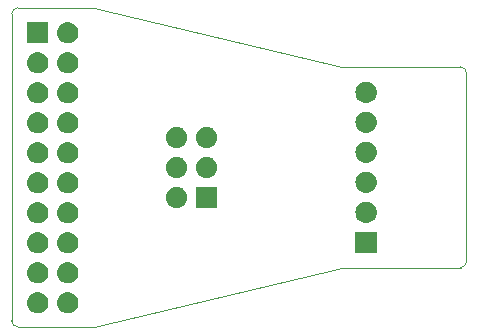
<source format=gts>
G04 #@! TF.GenerationSoftware,KiCad,Pcbnew,5.0.1*
G04 #@! TF.CreationDate,2019-11-02T14:38:13+01:00*
G04 #@! TF.ProjectId,JlinkBreakout,4A6C696E6B427265616B6F75742E6B69,rev?*
G04 #@! TF.SameCoordinates,Original*
G04 #@! TF.FileFunction,Soldermask,Top*
G04 #@! TF.FilePolarity,Negative*
%FSLAX46Y46*%
G04 Gerber Fmt 4.6, Leading zero omitted, Abs format (unit mm)*
G04 Created by KiCad (PCBNEW 5.0.1) date Sat 02 Nov 2019 02:38:13 PM CET*
%MOMM*%
%LPD*%
G01*
G04 APERTURE LIST*
%ADD10C,0.050000*%
%ADD11C,0.100000*%
G04 APERTURE END LIST*
D10*
X58500000Y-60000000D02*
G75*
G02X58000000Y-59500000I0J500000D01*
G01*
X58000000Y-33500000D02*
G75*
G02X58500000Y-33000000I500000J0D01*
G01*
X96000000Y-38000000D02*
G75*
G02X96500000Y-38500000I0J-500000D01*
G01*
X96500000Y-54500000D02*
G75*
G02X96000000Y-55000000I-500000J0D01*
G01*
X86000000Y-38000000D02*
X65000000Y-33000000D01*
X96000000Y-38000000D02*
X86000000Y-38000000D01*
X96500000Y-54500000D02*
X96500000Y-38500000D01*
X86000000Y-55000000D02*
X96000000Y-55000000D01*
X65000000Y-60000000D02*
X86000000Y-55000000D01*
X65000000Y-33000000D02*
X58500000Y-33000000D01*
X58500000Y-60000000D02*
X65000000Y-60000000D01*
X58000000Y-33500000D02*
X58000000Y-59500000D01*
D11*
G36*
X62850442Y-57065518D02*
X62916627Y-57072037D01*
X63029853Y-57106384D01*
X63086467Y-57123557D01*
X63225087Y-57197652D01*
X63242991Y-57207222D01*
X63278729Y-57236552D01*
X63380186Y-57319814D01*
X63463448Y-57421271D01*
X63492778Y-57457009D01*
X63492779Y-57457011D01*
X63576443Y-57613533D01*
X63576443Y-57613534D01*
X63627963Y-57783373D01*
X63645359Y-57960000D01*
X63627963Y-58136627D01*
X63593616Y-58249853D01*
X63576443Y-58306467D01*
X63502348Y-58445087D01*
X63492778Y-58462991D01*
X63463448Y-58498729D01*
X63380186Y-58600186D01*
X63278729Y-58683448D01*
X63242991Y-58712778D01*
X63242989Y-58712779D01*
X63086467Y-58796443D01*
X63029853Y-58813616D01*
X62916627Y-58847963D01*
X62850443Y-58854481D01*
X62784260Y-58861000D01*
X62695740Y-58861000D01*
X62629557Y-58854481D01*
X62563373Y-58847963D01*
X62450147Y-58813616D01*
X62393533Y-58796443D01*
X62237011Y-58712779D01*
X62237009Y-58712778D01*
X62201271Y-58683448D01*
X62099814Y-58600186D01*
X62016552Y-58498729D01*
X61987222Y-58462991D01*
X61977652Y-58445087D01*
X61903557Y-58306467D01*
X61886384Y-58249853D01*
X61852037Y-58136627D01*
X61834641Y-57960000D01*
X61852037Y-57783373D01*
X61903557Y-57613534D01*
X61903557Y-57613533D01*
X61987221Y-57457011D01*
X61987222Y-57457009D01*
X62016552Y-57421271D01*
X62099814Y-57319814D01*
X62201271Y-57236552D01*
X62237009Y-57207222D01*
X62254913Y-57197652D01*
X62393533Y-57123557D01*
X62450147Y-57106384D01*
X62563373Y-57072037D01*
X62629558Y-57065518D01*
X62695740Y-57059000D01*
X62784260Y-57059000D01*
X62850442Y-57065518D01*
X62850442Y-57065518D01*
G37*
G36*
X60310442Y-57065518D02*
X60376627Y-57072037D01*
X60489853Y-57106384D01*
X60546467Y-57123557D01*
X60685087Y-57197652D01*
X60702991Y-57207222D01*
X60738729Y-57236552D01*
X60840186Y-57319814D01*
X60923448Y-57421271D01*
X60952778Y-57457009D01*
X60952779Y-57457011D01*
X61036443Y-57613533D01*
X61036443Y-57613534D01*
X61087963Y-57783373D01*
X61105359Y-57960000D01*
X61087963Y-58136627D01*
X61053616Y-58249853D01*
X61036443Y-58306467D01*
X60962348Y-58445087D01*
X60952778Y-58462991D01*
X60923448Y-58498729D01*
X60840186Y-58600186D01*
X60738729Y-58683448D01*
X60702991Y-58712778D01*
X60702989Y-58712779D01*
X60546467Y-58796443D01*
X60489853Y-58813616D01*
X60376627Y-58847963D01*
X60310443Y-58854481D01*
X60244260Y-58861000D01*
X60155740Y-58861000D01*
X60089557Y-58854481D01*
X60023373Y-58847963D01*
X59910147Y-58813616D01*
X59853533Y-58796443D01*
X59697011Y-58712779D01*
X59697009Y-58712778D01*
X59661271Y-58683448D01*
X59559814Y-58600186D01*
X59476552Y-58498729D01*
X59447222Y-58462991D01*
X59437652Y-58445087D01*
X59363557Y-58306467D01*
X59346384Y-58249853D01*
X59312037Y-58136627D01*
X59294641Y-57960000D01*
X59312037Y-57783373D01*
X59363557Y-57613534D01*
X59363557Y-57613533D01*
X59447221Y-57457011D01*
X59447222Y-57457009D01*
X59476552Y-57421271D01*
X59559814Y-57319814D01*
X59661271Y-57236552D01*
X59697009Y-57207222D01*
X59714913Y-57197652D01*
X59853533Y-57123557D01*
X59910147Y-57106384D01*
X60023373Y-57072037D01*
X60089558Y-57065518D01*
X60155740Y-57059000D01*
X60244260Y-57059000D01*
X60310442Y-57065518D01*
X60310442Y-57065518D01*
G37*
G36*
X62850443Y-54525519D02*
X62916627Y-54532037D01*
X63029853Y-54566384D01*
X63086467Y-54583557D01*
X63225087Y-54657652D01*
X63242991Y-54667222D01*
X63278729Y-54696552D01*
X63380186Y-54779814D01*
X63463448Y-54881271D01*
X63492778Y-54917009D01*
X63492779Y-54917011D01*
X63576443Y-55073533D01*
X63576443Y-55073534D01*
X63627963Y-55243373D01*
X63645359Y-55420000D01*
X63627963Y-55596627D01*
X63593616Y-55709853D01*
X63576443Y-55766467D01*
X63502348Y-55905087D01*
X63492778Y-55922991D01*
X63463448Y-55958729D01*
X63380186Y-56060186D01*
X63278729Y-56143448D01*
X63242991Y-56172778D01*
X63242989Y-56172779D01*
X63086467Y-56256443D01*
X63029853Y-56273616D01*
X62916627Y-56307963D01*
X62850442Y-56314482D01*
X62784260Y-56321000D01*
X62695740Y-56321000D01*
X62629558Y-56314482D01*
X62563373Y-56307963D01*
X62450147Y-56273616D01*
X62393533Y-56256443D01*
X62237011Y-56172779D01*
X62237009Y-56172778D01*
X62201271Y-56143448D01*
X62099814Y-56060186D01*
X62016552Y-55958729D01*
X61987222Y-55922991D01*
X61977652Y-55905087D01*
X61903557Y-55766467D01*
X61886384Y-55709853D01*
X61852037Y-55596627D01*
X61834641Y-55420000D01*
X61852037Y-55243373D01*
X61903557Y-55073534D01*
X61903557Y-55073533D01*
X61987221Y-54917011D01*
X61987222Y-54917009D01*
X62016552Y-54881271D01*
X62099814Y-54779814D01*
X62201271Y-54696552D01*
X62237009Y-54667222D01*
X62254913Y-54657652D01*
X62393533Y-54583557D01*
X62450147Y-54566384D01*
X62563373Y-54532037D01*
X62629557Y-54525519D01*
X62695740Y-54519000D01*
X62784260Y-54519000D01*
X62850443Y-54525519D01*
X62850443Y-54525519D01*
G37*
G36*
X60310443Y-54525519D02*
X60376627Y-54532037D01*
X60489853Y-54566384D01*
X60546467Y-54583557D01*
X60685087Y-54657652D01*
X60702991Y-54667222D01*
X60738729Y-54696552D01*
X60840186Y-54779814D01*
X60923448Y-54881271D01*
X60952778Y-54917009D01*
X60952779Y-54917011D01*
X61036443Y-55073533D01*
X61036443Y-55073534D01*
X61087963Y-55243373D01*
X61105359Y-55420000D01*
X61087963Y-55596627D01*
X61053616Y-55709853D01*
X61036443Y-55766467D01*
X60962348Y-55905087D01*
X60952778Y-55922991D01*
X60923448Y-55958729D01*
X60840186Y-56060186D01*
X60738729Y-56143448D01*
X60702991Y-56172778D01*
X60702989Y-56172779D01*
X60546467Y-56256443D01*
X60489853Y-56273616D01*
X60376627Y-56307963D01*
X60310442Y-56314482D01*
X60244260Y-56321000D01*
X60155740Y-56321000D01*
X60089558Y-56314482D01*
X60023373Y-56307963D01*
X59910147Y-56273616D01*
X59853533Y-56256443D01*
X59697011Y-56172779D01*
X59697009Y-56172778D01*
X59661271Y-56143448D01*
X59559814Y-56060186D01*
X59476552Y-55958729D01*
X59447222Y-55922991D01*
X59437652Y-55905087D01*
X59363557Y-55766467D01*
X59346384Y-55709853D01*
X59312037Y-55596627D01*
X59294641Y-55420000D01*
X59312037Y-55243373D01*
X59363557Y-55073534D01*
X59363557Y-55073533D01*
X59447221Y-54917011D01*
X59447222Y-54917009D01*
X59476552Y-54881271D01*
X59559814Y-54779814D01*
X59661271Y-54696552D01*
X59697009Y-54667222D01*
X59714913Y-54657652D01*
X59853533Y-54583557D01*
X59910147Y-54566384D01*
X60023373Y-54532037D01*
X60089557Y-54525519D01*
X60155740Y-54519000D01*
X60244260Y-54519000D01*
X60310443Y-54525519D01*
X60310443Y-54525519D01*
G37*
G36*
X62850443Y-51985519D02*
X62916627Y-51992037D01*
X63029853Y-52026384D01*
X63086467Y-52043557D01*
X63225087Y-52117652D01*
X63242991Y-52127222D01*
X63278729Y-52156552D01*
X63380186Y-52239814D01*
X63463448Y-52341271D01*
X63492778Y-52377009D01*
X63492779Y-52377011D01*
X63576443Y-52533533D01*
X63576443Y-52533534D01*
X63627963Y-52703373D01*
X63645359Y-52880000D01*
X63627963Y-53056627D01*
X63593616Y-53169853D01*
X63576443Y-53226467D01*
X63502348Y-53365087D01*
X63492778Y-53382991D01*
X63463448Y-53418729D01*
X63380186Y-53520186D01*
X63278729Y-53603448D01*
X63242991Y-53632778D01*
X63242989Y-53632779D01*
X63086467Y-53716443D01*
X63029853Y-53733616D01*
X62916627Y-53767963D01*
X62850442Y-53774482D01*
X62784260Y-53781000D01*
X62695740Y-53781000D01*
X62629558Y-53774482D01*
X62563373Y-53767963D01*
X62450147Y-53733616D01*
X62393533Y-53716443D01*
X62237011Y-53632779D01*
X62237009Y-53632778D01*
X62201271Y-53603448D01*
X62099814Y-53520186D01*
X62016552Y-53418729D01*
X61987222Y-53382991D01*
X61977652Y-53365087D01*
X61903557Y-53226467D01*
X61886384Y-53169853D01*
X61852037Y-53056627D01*
X61834641Y-52880000D01*
X61852037Y-52703373D01*
X61903557Y-52533534D01*
X61903557Y-52533533D01*
X61987221Y-52377011D01*
X61987222Y-52377009D01*
X62016552Y-52341271D01*
X62099814Y-52239814D01*
X62201271Y-52156552D01*
X62237009Y-52127222D01*
X62254913Y-52117652D01*
X62393533Y-52043557D01*
X62450147Y-52026384D01*
X62563373Y-51992037D01*
X62629557Y-51985519D01*
X62695740Y-51979000D01*
X62784260Y-51979000D01*
X62850443Y-51985519D01*
X62850443Y-51985519D01*
G37*
G36*
X60310443Y-51985519D02*
X60376627Y-51992037D01*
X60489853Y-52026384D01*
X60546467Y-52043557D01*
X60685087Y-52117652D01*
X60702991Y-52127222D01*
X60738729Y-52156552D01*
X60840186Y-52239814D01*
X60923448Y-52341271D01*
X60952778Y-52377009D01*
X60952779Y-52377011D01*
X61036443Y-52533533D01*
X61036443Y-52533534D01*
X61087963Y-52703373D01*
X61105359Y-52880000D01*
X61087963Y-53056627D01*
X61053616Y-53169853D01*
X61036443Y-53226467D01*
X60962348Y-53365087D01*
X60952778Y-53382991D01*
X60923448Y-53418729D01*
X60840186Y-53520186D01*
X60738729Y-53603448D01*
X60702991Y-53632778D01*
X60702989Y-53632779D01*
X60546467Y-53716443D01*
X60489853Y-53733616D01*
X60376627Y-53767963D01*
X60310442Y-53774482D01*
X60244260Y-53781000D01*
X60155740Y-53781000D01*
X60089558Y-53774482D01*
X60023373Y-53767963D01*
X59910147Y-53733616D01*
X59853533Y-53716443D01*
X59697011Y-53632779D01*
X59697009Y-53632778D01*
X59661271Y-53603448D01*
X59559814Y-53520186D01*
X59476552Y-53418729D01*
X59447222Y-53382991D01*
X59437652Y-53365087D01*
X59363557Y-53226467D01*
X59346384Y-53169853D01*
X59312037Y-53056627D01*
X59294641Y-52880000D01*
X59312037Y-52703373D01*
X59363557Y-52533534D01*
X59363557Y-52533533D01*
X59447221Y-52377011D01*
X59447222Y-52377009D01*
X59476552Y-52341271D01*
X59559814Y-52239814D01*
X59661271Y-52156552D01*
X59697009Y-52127222D01*
X59714913Y-52117652D01*
X59853533Y-52043557D01*
X59910147Y-52026384D01*
X60023373Y-51992037D01*
X60089557Y-51985519D01*
X60155740Y-51979000D01*
X60244260Y-51979000D01*
X60310443Y-51985519D01*
X60310443Y-51985519D01*
G37*
G36*
X88901000Y-53751000D02*
X87099000Y-53751000D01*
X87099000Y-51949000D01*
X88901000Y-51949000D01*
X88901000Y-53751000D01*
X88901000Y-53751000D01*
G37*
G36*
X62850442Y-49445518D02*
X62916627Y-49452037D01*
X63029853Y-49486384D01*
X63086467Y-49503557D01*
X63225087Y-49577652D01*
X63242991Y-49587222D01*
X63278729Y-49616552D01*
X63380186Y-49699814D01*
X63463448Y-49801271D01*
X63492778Y-49837009D01*
X63492779Y-49837011D01*
X63576443Y-49993533D01*
X63576443Y-49993534D01*
X63627963Y-50163373D01*
X63645359Y-50340000D01*
X63627963Y-50516627D01*
X63593616Y-50629853D01*
X63576443Y-50686467D01*
X63502348Y-50825087D01*
X63492778Y-50842991D01*
X63463448Y-50878729D01*
X63380186Y-50980186D01*
X63279546Y-51062778D01*
X63242991Y-51092778D01*
X63242989Y-51092779D01*
X63086467Y-51176443D01*
X63029853Y-51193616D01*
X62916627Y-51227963D01*
X62850443Y-51234481D01*
X62784260Y-51241000D01*
X62695740Y-51241000D01*
X62629557Y-51234481D01*
X62563373Y-51227963D01*
X62450147Y-51193616D01*
X62393533Y-51176443D01*
X62237011Y-51092779D01*
X62237009Y-51092778D01*
X62200454Y-51062778D01*
X62099814Y-50980186D01*
X62016552Y-50878729D01*
X61987222Y-50842991D01*
X61977652Y-50825087D01*
X61903557Y-50686467D01*
X61886384Y-50629853D01*
X61852037Y-50516627D01*
X61834641Y-50340000D01*
X61852037Y-50163373D01*
X61903557Y-49993534D01*
X61903557Y-49993533D01*
X61987221Y-49837011D01*
X61987222Y-49837009D01*
X62016552Y-49801271D01*
X62099814Y-49699814D01*
X62201271Y-49616552D01*
X62237009Y-49587222D01*
X62254913Y-49577652D01*
X62393533Y-49503557D01*
X62450147Y-49486384D01*
X62563373Y-49452037D01*
X62629558Y-49445518D01*
X62695740Y-49439000D01*
X62784260Y-49439000D01*
X62850442Y-49445518D01*
X62850442Y-49445518D01*
G37*
G36*
X60310442Y-49445518D02*
X60376627Y-49452037D01*
X60489853Y-49486384D01*
X60546467Y-49503557D01*
X60685087Y-49577652D01*
X60702991Y-49587222D01*
X60738729Y-49616552D01*
X60840186Y-49699814D01*
X60923448Y-49801271D01*
X60952778Y-49837009D01*
X60952779Y-49837011D01*
X61036443Y-49993533D01*
X61036443Y-49993534D01*
X61087963Y-50163373D01*
X61105359Y-50340000D01*
X61087963Y-50516627D01*
X61053616Y-50629853D01*
X61036443Y-50686467D01*
X60962348Y-50825087D01*
X60952778Y-50842991D01*
X60923448Y-50878729D01*
X60840186Y-50980186D01*
X60739546Y-51062778D01*
X60702991Y-51092778D01*
X60702989Y-51092779D01*
X60546467Y-51176443D01*
X60489853Y-51193616D01*
X60376627Y-51227963D01*
X60310443Y-51234481D01*
X60244260Y-51241000D01*
X60155740Y-51241000D01*
X60089557Y-51234481D01*
X60023373Y-51227963D01*
X59910147Y-51193616D01*
X59853533Y-51176443D01*
X59697011Y-51092779D01*
X59697009Y-51092778D01*
X59660454Y-51062778D01*
X59559814Y-50980186D01*
X59476552Y-50878729D01*
X59447222Y-50842991D01*
X59437652Y-50825087D01*
X59363557Y-50686467D01*
X59346384Y-50629853D01*
X59312037Y-50516627D01*
X59294641Y-50340000D01*
X59312037Y-50163373D01*
X59363557Y-49993534D01*
X59363557Y-49993533D01*
X59447221Y-49837011D01*
X59447222Y-49837009D01*
X59476552Y-49801271D01*
X59559814Y-49699814D01*
X59661271Y-49616552D01*
X59697009Y-49587222D01*
X59714913Y-49577652D01*
X59853533Y-49503557D01*
X59910147Y-49486384D01*
X60023373Y-49452037D01*
X60089558Y-49445518D01*
X60155740Y-49439000D01*
X60244260Y-49439000D01*
X60310442Y-49445518D01*
X60310442Y-49445518D01*
G37*
G36*
X88110442Y-49415518D02*
X88176627Y-49422037D01*
X88275524Y-49452037D01*
X88346467Y-49473557D01*
X88402592Y-49503557D01*
X88502991Y-49557222D01*
X88538729Y-49586552D01*
X88640186Y-49669814D01*
X88723448Y-49771271D01*
X88752778Y-49807009D01*
X88752779Y-49807011D01*
X88836443Y-49963533D01*
X88853616Y-50020147D01*
X88887963Y-50133373D01*
X88905359Y-50310000D01*
X88887963Y-50486627D01*
X88853616Y-50599853D01*
X88836443Y-50656467D01*
X88820408Y-50686466D01*
X88752778Y-50812991D01*
X88728159Y-50842989D01*
X88640186Y-50950186D01*
X88538729Y-51033448D01*
X88502991Y-51062778D01*
X88502989Y-51062779D01*
X88346467Y-51146443D01*
X88289853Y-51163616D01*
X88176627Y-51197963D01*
X88110443Y-51204481D01*
X88044260Y-51211000D01*
X87955740Y-51211000D01*
X87889558Y-51204482D01*
X87823373Y-51197963D01*
X87710147Y-51163616D01*
X87653533Y-51146443D01*
X87497011Y-51062779D01*
X87497009Y-51062778D01*
X87461271Y-51033448D01*
X87359814Y-50950186D01*
X87271841Y-50842989D01*
X87247222Y-50812991D01*
X87179592Y-50686466D01*
X87163557Y-50656467D01*
X87146384Y-50599853D01*
X87112037Y-50486627D01*
X87094641Y-50310000D01*
X87112037Y-50133373D01*
X87146384Y-50020147D01*
X87163557Y-49963533D01*
X87247221Y-49807011D01*
X87247222Y-49807009D01*
X87276552Y-49771271D01*
X87359814Y-49669814D01*
X87461271Y-49586552D01*
X87497009Y-49557222D01*
X87597408Y-49503557D01*
X87653533Y-49473557D01*
X87724476Y-49452037D01*
X87823373Y-49422037D01*
X87889558Y-49415518D01*
X87955740Y-49409000D01*
X88044260Y-49409000D01*
X88110442Y-49415518D01*
X88110442Y-49415518D01*
G37*
G36*
X72070442Y-48155518D02*
X72136627Y-48162037D01*
X72249853Y-48196384D01*
X72306467Y-48213557D01*
X72445087Y-48287652D01*
X72462991Y-48297222D01*
X72470020Y-48302991D01*
X72600186Y-48409814D01*
X72683448Y-48511271D01*
X72712778Y-48547009D01*
X72712779Y-48547011D01*
X72796443Y-48703533D01*
X72796443Y-48703534D01*
X72847963Y-48873373D01*
X72865359Y-49050000D01*
X72847963Y-49226627D01*
X72813616Y-49339853D01*
X72796443Y-49396467D01*
X72755237Y-49473557D01*
X72712778Y-49552991D01*
X72684686Y-49587221D01*
X72600186Y-49690186D01*
X72498729Y-49773448D01*
X72462991Y-49802778D01*
X72462989Y-49802779D01*
X72306467Y-49886443D01*
X72249853Y-49903616D01*
X72136627Y-49937963D01*
X72070443Y-49944481D01*
X72004260Y-49951000D01*
X71915740Y-49951000D01*
X71849558Y-49944482D01*
X71783373Y-49937963D01*
X71670147Y-49903616D01*
X71613533Y-49886443D01*
X71457011Y-49802779D01*
X71457009Y-49802778D01*
X71421271Y-49773448D01*
X71319814Y-49690186D01*
X71235314Y-49587221D01*
X71207222Y-49552991D01*
X71164763Y-49473557D01*
X71123557Y-49396467D01*
X71106384Y-49339853D01*
X71072037Y-49226627D01*
X71054641Y-49050000D01*
X71072037Y-48873373D01*
X71123557Y-48703534D01*
X71123557Y-48703533D01*
X71207221Y-48547011D01*
X71207222Y-48547009D01*
X71236552Y-48511271D01*
X71319814Y-48409814D01*
X71449980Y-48302991D01*
X71457009Y-48297222D01*
X71474913Y-48287652D01*
X71613533Y-48213557D01*
X71670147Y-48196384D01*
X71783373Y-48162037D01*
X71849558Y-48155518D01*
X71915740Y-48149000D01*
X72004260Y-48149000D01*
X72070442Y-48155518D01*
X72070442Y-48155518D01*
G37*
G36*
X75401000Y-49951000D02*
X73599000Y-49951000D01*
X73599000Y-48149000D01*
X75401000Y-48149000D01*
X75401000Y-49951000D01*
X75401000Y-49951000D01*
G37*
G36*
X60310443Y-46905519D02*
X60376627Y-46912037D01*
X60489853Y-46946384D01*
X60546467Y-46963557D01*
X60685087Y-47037652D01*
X60702991Y-47047222D01*
X60738729Y-47076552D01*
X60840186Y-47159814D01*
X60923448Y-47261271D01*
X60952778Y-47297009D01*
X60952779Y-47297011D01*
X61036443Y-47453533D01*
X61036443Y-47453534D01*
X61087963Y-47623373D01*
X61105359Y-47800000D01*
X61087963Y-47976627D01*
X61053616Y-48089853D01*
X61036443Y-48146467D01*
X60962348Y-48285087D01*
X60952778Y-48302991D01*
X60923448Y-48338729D01*
X60840186Y-48440186D01*
X60739546Y-48522778D01*
X60702991Y-48552778D01*
X60702989Y-48552779D01*
X60546467Y-48636443D01*
X60489853Y-48653616D01*
X60376627Y-48687963D01*
X60310443Y-48694481D01*
X60244260Y-48701000D01*
X60155740Y-48701000D01*
X60089558Y-48694482D01*
X60023373Y-48687963D01*
X59910147Y-48653616D01*
X59853533Y-48636443D01*
X59697011Y-48552779D01*
X59697009Y-48552778D01*
X59660454Y-48522778D01*
X59559814Y-48440186D01*
X59476552Y-48338729D01*
X59447222Y-48302991D01*
X59437652Y-48285087D01*
X59363557Y-48146467D01*
X59346384Y-48089853D01*
X59312037Y-47976627D01*
X59294641Y-47800000D01*
X59312037Y-47623373D01*
X59363557Y-47453534D01*
X59363557Y-47453533D01*
X59447221Y-47297011D01*
X59447222Y-47297009D01*
X59476552Y-47261271D01*
X59559814Y-47159814D01*
X59661271Y-47076552D01*
X59697009Y-47047222D01*
X59714913Y-47037652D01*
X59853533Y-46963557D01*
X59910147Y-46946384D01*
X60023373Y-46912037D01*
X60089557Y-46905519D01*
X60155740Y-46899000D01*
X60244260Y-46899000D01*
X60310443Y-46905519D01*
X60310443Y-46905519D01*
G37*
G36*
X62850443Y-46905519D02*
X62916627Y-46912037D01*
X63029853Y-46946384D01*
X63086467Y-46963557D01*
X63225087Y-47037652D01*
X63242991Y-47047222D01*
X63278729Y-47076552D01*
X63380186Y-47159814D01*
X63463448Y-47261271D01*
X63492778Y-47297009D01*
X63492779Y-47297011D01*
X63576443Y-47453533D01*
X63576443Y-47453534D01*
X63627963Y-47623373D01*
X63645359Y-47800000D01*
X63627963Y-47976627D01*
X63593616Y-48089853D01*
X63576443Y-48146467D01*
X63502348Y-48285087D01*
X63492778Y-48302991D01*
X63463448Y-48338729D01*
X63380186Y-48440186D01*
X63279546Y-48522778D01*
X63242991Y-48552778D01*
X63242989Y-48552779D01*
X63086467Y-48636443D01*
X63029853Y-48653616D01*
X62916627Y-48687963D01*
X62850443Y-48694481D01*
X62784260Y-48701000D01*
X62695740Y-48701000D01*
X62629558Y-48694482D01*
X62563373Y-48687963D01*
X62450147Y-48653616D01*
X62393533Y-48636443D01*
X62237011Y-48552779D01*
X62237009Y-48552778D01*
X62200454Y-48522778D01*
X62099814Y-48440186D01*
X62016552Y-48338729D01*
X61987222Y-48302991D01*
X61977652Y-48285087D01*
X61903557Y-48146467D01*
X61886384Y-48089853D01*
X61852037Y-47976627D01*
X61834641Y-47800000D01*
X61852037Y-47623373D01*
X61903557Y-47453534D01*
X61903557Y-47453533D01*
X61987221Y-47297011D01*
X61987222Y-47297009D01*
X62016552Y-47261271D01*
X62099814Y-47159814D01*
X62201271Y-47076552D01*
X62237009Y-47047222D01*
X62254913Y-47037652D01*
X62393533Y-46963557D01*
X62450147Y-46946384D01*
X62563373Y-46912037D01*
X62629557Y-46905519D01*
X62695740Y-46899000D01*
X62784260Y-46899000D01*
X62850443Y-46905519D01*
X62850443Y-46905519D01*
G37*
G36*
X88110442Y-46875518D02*
X88176627Y-46882037D01*
X88275524Y-46912037D01*
X88346467Y-46933557D01*
X88402592Y-46963557D01*
X88502991Y-47017222D01*
X88538729Y-47046552D01*
X88640186Y-47129814D01*
X88723448Y-47231271D01*
X88752778Y-47267009D01*
X88752779Y-47267011D01*
X88836443Y-47423533D01*
X88853616Y-47480147D01*
X88887963Y-47593373D01*
X88905359Y-47770000D01*
X88887963Y-47946627D01*
X88853616Y-48059853D01*
X88836443Y-48116467D01*
X88762348Y-48255087D01*
X88752778Y-48272991D01*
X88732893Y-48297221D01*
X88640186Y-48410186D01*
X88538729Y-48493448D01*
X88502991Y-48522778D01*
X88502989Y-48522779D01*
X88346467Y-48606443D01*
X88289853Y-48623616D01*
X88176627Y-48657963D01*
X88110443Y-48664481D01*
X88044260Y-48671000D01*
X87955740Y-48671000D01*
X87889558Y-48664482D01*
X87823373Y-48657963D01*
X87710147Y-48623616D01*
X87653533Y-48606443D01*
X87497011Y-48522779D01*
X87497009Y-48522778D01*
X87461271Y-48493448D01*
X87359814Y-48410186D01*
X87267107Y-48297221D01*
X87247222Y-48272991D01*
X87237652Y-48255087D01*
X87163557Y-48116467D01*
X87146384Y-48059853D01*
X87112037Y-47946627D01*
X87094641Y-47770000D01*
X87112037Y-47593373D01*
X87146384Y-47480147D01*
X87163557Y-47423533D01*
X87247221Y-47267011D01*
X87247222Y-47267009D01*
X87276552Y-47231271D01*
X87359814Y-47129814D01*
X87461271Y-47046552D01*
X87497009Y-47017222D01*
X87597408Y-46963557D01*
X87653533Y-46933557D01*
X87724476Y-46912037D01*
X87823373Y-46882037D01*
X87889558Y-46875518D01*
X87955740Y-46869000D01*
X88044260Y-46869000D01*
X88110442Y-46875518D01*
X88110442Y-46875518D01*
G37*
G36*
X74610442Y-45615518D02*
X74676627Y-45622037D01*
X74789853Y-45656384D01*
X74846467Y-45673557D01*
X74985087Y-45747652D01*
X75002991Y-45757222D01*
X75010020Y-45762991D01*
X75140186Y-45869814D01*
X75223448Y-45971271D01*
X75252778Y-46007009D01*
X75252779Y-46007011D01*
X75336443Y-46163533D01*
X75336443Y-46163534D01*
X75387963Y-46333373D01*
X75405359Y-46510000D01*
X75387963Y-46686627D01*
X75353616Y-46799853D01*
X75336443Y-46856467D01*
X75295237Y-46933557D01*
X75252778Y-47012991D01*
X75224686Y-47047221D01*
X75140186Y-47150186D01*
X75038729Y-47233448D01*
X75002991Y-47262778D01*
X75002989Y-47262779D01*
X74846467Y-47346443D01*
X74789853Y-47363616D01*
X74676627Y-47397963D01*
X74610443Y-47404481D01*
X74544260Y-47411000D01*
X74455740Y-47411000D01*
X74389558Y-47404482D01*
X74323373Y-47397963D01*
X74210147Y-47363616D01*
X74153533Y-47346443D01*
X73997011Y-47262779D01*
X73997009Y-47262778D01*
X73961271Y-47233448D01*
X73859814Y-47150186D01*
X73775314Y-47047221D01*
X73747222Y-47012991D01*
X73704763Y-46933557D01*
X73663557Y-46856467D01*
X73646384Y-46799853D01*
X73612037Y-46686627D01*
X73594641Y-46510000D01*
X73612037Y-46333373D01*
X73663557Y-46163534D01*
X73663557Y-46163533D01*
X73747221Y-46007011D01*
X73747222Y-46007009D01*
X73776552Y-45971271D01*
X73859814Y-45869814D01*
X73989980Y-45762991D01*
X73997009Y-45757222D01*
X74014913Y-45747652D01*
X74153533Y-45673557D01*
X74210147Y-45656384D01*
X74323373Y-45622037D01*
X74389558Y-45615518D01*
X74455740Y-45609000D01*
X74544260Y-45609000D01*
X74610442Y-45615518D01*
X74610442Y-45615518D01*
G37*
G36*
X72070442Y-45615518D02*
X72136627Y-45622037D01*
X72249853Y-45656384D01*
X72306467Y-45673557D01*
X72445087Y-45747652D01*
X72462991Y-45757222D01*
X72470020Y-45762991D01*
X72600186Y-45869814D01*
X72683448Y-45971271D01*
X72712778Y-46007009D01*
X72712779Y-46007011D01*
X72796443Y-46163533D01*
X72796443Y-46163534D01*
X72847963Y-46333373D01*
X72865359Y-46510000D01*
X72847963Y-46686627D01*
X72813616Y-46799853D01*
X72796443Y-46856467D01*
X72755237Y-46933557D01*
X72712778Y-47012991D01*
X72684686Y-47047221D01*
X72600186Y-47150186D01*
X72498729Y-47233448D01*
X72462991Y-47262778D01*
X72462989Y-47262779D01*
X72306467Y-47346443D01*
X72249853Y-47363616D01*
X72136627Y-47397963D01*
X72070443Y-47404481D01*
X72004260Y-47411000D01*
X71915740Y-47411000D01*
X71849558Y-47404482D01*
X71783373Y-47397963D01*
X71670147Y-47363616D01*
X71613533Y-47346443D01*
X71457011Y-47262779D01*
X71457009Y-47262778D01*
X71421271Y-47233448D01*
X71319814Y-47150186D01*
X71235314Y-47047221D01*
X71207222Y-47012991D01*
X71164763Y-46933557D01*
X71123557Y-46856467D01*
X71106384Y-46799853D01*
X71072037Y-46686627D01*
X71054641Y-46510000D01*
X71072037Y-46333373D01*
X71123557Y-46163534D01*
X71123557Y-46163533D01*
X71207221Y-46007011D01*
X71207222Y-46007009D01*
X71236552Y-45971271D01*
X71319814Y-45869814D01*
X71449980Y-45762991D01*
X71457009Y-45757222D01*
X71474913Y-45747652D01*
X71613533Y-45673557D01*
X71670147Y-45656384D01*
X71783373Y-45622037D01*
X71849558Y-45615518D01*
X71915740Y-45609000D01*
X72004260Y-45609000D01*
X72070442Y-45615518D01*
X72070442Y-45615518D01*
G37*
G36*
X62850442Y-44365518D02*
X62916627Y-44372037D01*
X63029853Y-44406384D01*
X63086467Y-44423557D01*
X63225087Y-44497652D01*
X63242991Y-44507222D01*
X63278729Y-44536552D01*
X63380186Y-44619814D01*
X63463448Y-44721271D01*
X63492778Y-44757009D01*
X63492779Y-44757011D01*
X63576443Y-44913533D01*
X63576443Y-44913534D01*
X63627963Y-45083373D01*
X63645359Y-45260000D01*
X63627963Y-45436627D01*
X63593616Y-45549853D01*
X63576443Y-45606467D01*
X63502348Y-45745087D01*
X63492778Y-45762991D01*
X63463448Y-45798729D01*
X63380186Y-45900186D01*
X63279546Y-45982778D01*
X63242991Y-46012778D01*
X63242989Y-46012779D01*
X63086467Y-46096443D01*
X63029853Y-46113616D01*
X62916627Y-46147963D01*
X62850443Y-46154481D01*
X62784260Y-46161000D01*
X62695740Y-46161000D01*
X62629557Y-46154481D01*
X62563373Y-46147963D01*
X62450147Y-46113616D01*
X62393533Y-46096443D01*
X62237011Y-46012779D01*
X62237009Y-46012778D01*
X62200454Y-45982778D01*
X62099814Y-45900186D01*
X62016552Y-45798729D01*
X61987222Y-45762991D01*
X61977652Y-45745087D01*
X61903557Y-45606467D01*
X61886384Y-45549853D01*
X61852037Y-45436627D01*
X61834641Y-45260000D01*
X61852037Y-45083373D01*
X61903557Y-44913534D01*
X61903557Y-44913533D01*
X61987221Y-44757011D01*
X61987222Y-44757009D01*
X62016552Y-44721271D01*
X62099814Y-44619814D01*
X62201271Y-44536552D01*
X62237009Y-44507222D01*
X62254913Y-44497652D01*
X62393533Y-44423557D01*
X62450147Y-44406384D01*
X62563373Y-44372037D01*
X62629558Y-44365518D01*
X62695740Y-44359000D01*
X62784260Y-44359000D01*
X62850442Y-44365518D01*
X62850442Y-44365518D01*
G37*
G36*
X60310442Y-44365518D02*
X60376627Y-44372037D01*
X60489853Y-44406384D01*
X60546467Y-44423557D01*
X60685087Y-44497652D01*
X60702991Y-44507222D01*
X60738729Y-44536552D01*
X60840186Y-44619814D01*
X60923448Y-44721271D01*
X60952778Y-44757009D01*
X60952779Y-44757011D01*
X61036443Y-44913533D01*
X61036443Y-44913534D01*
X61087963Y-45083373D01*
X61105359Y-45260000D01*
X61087963Y-45436627D01*
X61053616Y-45549853D01*
X61036443Y-45606467D01*
X60962348Y-45745087D01*
X60952778Y-45762991D01*
X60923448Y-45798729D01*
X60840186Y-45900186D01*
X60739546Y-45982778D01*
X60702991Y-46012778D01*
X60702989Y-46012779D01*
X60546467Y-46096443D01*
X60489853Y-46113616D01*
X60376627Y-46147963D01*
X60310443Y-46154481D01*
X60244260Y-46161000D01*
X60155740Y-46161000D01*
X60089557Y-46154481D01*
X60023373Y-46147963D01*
X59910147Y-46113616D01*
X59853533Y-46096443D01*
X59697011Y-46012779D01*
X59697009Y-46012778D01*
X59660454Y-45982778D01*
X59559814Y-45900186D01*
X59476552Y-45798729D01*
X59447222Y-45762991D01*
X59437652Y-45745087D01*
X59363557Y-45606467D01*
X59346384Y-45549853D01*
X59312037Y-45436627D01*
X59294641Y-45260000D01*
X59312037Y-45083373D01*
X59363557Y-44913534D01*
X59363557Y-44913533D01*
X59447221Y-44757011D01*
X59447222Y-44757009D01*
X59476552Y-44721271D01*
X59559814Y-44619814D01*
X59661271Y-44536552D01*
X59697009Y-44507222D01*
X59714913Y-44497652D01*
X59853533Y-44423557D01*
X59910147Y-44406384D01*
X60023373Y-44372037D01*
X60089558Y-44365518D01*
X60155740Y-44359000D01*
X60244260Y-44359000D01*
X60310442Y-44365518D01*
X60310442Y-44365518D01*
G37*
G36*
X88110442Y-44335518D02*
X88176627Y-44342037D01*
X88275524Y-44372037D01*
X88346467Y-44393557D01*
X88402592Y-44423557D01*
X88502991Y-44477222D01*
X88538729Y-44506552D01*
X88640186Y-44589814D01*
X88723448Y-44691271D01*
X88752778Y-44727009D01*
X88752779Y-44727011D01*
X88836443Y-44883533D01*
X88853616Y-44940147D01*
X88887963Y-45053373D01*
X88905359Y-45230000D01*
X88887963Y-45406627D01*
X88853616Y-45519853D01*
X88836443Y-45576467D01*
X88762348Y-45715087D01*
X88752778Y-45732991D01*
X88732893Y-45757221D01*
X88640186Y-45870186D01*
X88538729Y-45953448D01*
X88502991Y-45982778D01*
X88502989Y-45982779D01*
X88346467Y-46066443D01*
X88289853Y-46083616D01*
X88176627Y-46117963D01*
X88110442Y-46124482D01*
X88044260Y-46131000D01*
X87955740Y-46131000D01*
X87889558Y-46124482D01*
X87823373Y-46117963D01*
X87710147Y-46083616D01*
X87653533Y-46066443D01*
X87497011Y-45982779D01*
X87497009Y-45982778D01*
X87461271Y-45953448D01*
X87359814Y-45870186D01*
X87267107Y-45757221D01*
X87247222Y-45732991D01*
X87237652Y-45715087D01*
X87163557Y-45576467D01*
X87146384Y-45519853D01*
X87112037Y-45406627D01*
X87094641Y-45230000D01*
X87112037Y-45053373D01*
X87146384Y-44940147D01*
X87163557Y-44883533D01*
X87247221Y-44727011D01*
X87247222Y-44727009D01*
X87276552Y-44691271D01*
X87359814Y-44589814D01*
X87461271Y-44506552D01*
X87497009Y-44477222D01*
X87597408Y-44423557D01*
X87653533Y-44393557D01*
X87724476Y-44372037D01*
X87823373Y-44342037D01*
X87889558Y-44335518D01*
X87955740Y-44329000D01*
X88044260Y-44329000D01*
X88110442Y-44335518D01*
X88110442Y-44335518D01*
G37*
G36*
X72070442Y-43075518D02*
X72136627Y-43082037D01*
X72249853Y-43116384D01*
X72306467Y-43133557D01*
X72445087Y-43207652D01*
X72462991Y-43217222D01*
X72470020Y-43222991D01*
X72600186Y-43329814D01*
X72683448Y-43431271D01*
X72712778Y-43467009D01*
X72712779Y-43467011D01*
X72796443Y-43623533D01*
X72796443Y-43623534D01*
X72847963Y-43793373D01*
X72865359Y-43970000D01*
X72847963Y-44146627D01*
X72813616Y-44259853D01*
X72796443Y-44316467D01*
X72755237Y-44393557D01*
X72712778Y-44472991D01*
X72684686Y-44507221D01*
X72600186Y-44610186D01*
X72498729Y-44693448D01*
X72462991Y-44722778D01*
X72462989Y-44722779D01*
X72306467Y-44806443D01*
X72249853Y-44823616D01*
X72136627Y-44857963D01*
X72070443Y-44864481D01*
X72004260Y-44871000D01*
X71915740Y-44871000D01*
X71849557Y-44864481D01*
X71783373Y-44857963D01*
X71670147Y-44823616D01*
X71613533Y-44806443D01*
X71457011Y-44722779D01*
X71457009Y-44722778D01*
X71421271Y-44693448D01*
X71319814Y-44610186D01*
X71235314Y-44507221D01*
X71207222Y-44472991D01*
X71164763Y-44393557D01*
X71123557Y-44316467D01*
X71106384Y-44259853D01*
X71072037Y-44146627D01*
X71054641Y-43970000D01*
X71072037Y-43793373D01*
X71123557Y-43623534D01*
X71123557Y-43623533D01*
X71207221Y-43467011D01*
X71207222Y-43467009D01*
X71236552Y-43431271D01*
X71319814Y-43329814D01*
X71449980Y-43222991D01*
X71457009Y-43217222D01*
X71474913Y-43207652D01*
X71613533Y-43133557D01*
X71670147Y-43116384D01*
X71783373Y-43082037D01*
X71849558Y-43075518D01*
X71915740Y-43069000D01*
X72004260Y-43069000D01*
X72070442Y-43075518D01*
X72070442Y-43075518D01*
G37*
G36*
X74610442Y-43075518D02*
X74676627Y-43082037D01*
X74789853Y-43116384D01*
X74846467Y-43133557D01*
X74985087Y-43207652D01*
X75002991Y-43217222D01*
X75010020Y-43222991D01*
X75140186Y-43329814D01*
X75223448Y-43431271D01*
X75252778Y-43467009D01*
X75252779Y-43467011D01*
X75336443Y-43623533D01*
X75336443Y-43623534D01*
X75387963Y-43793373D01*
X75405359Y-43970000D01*
X75387963Y-44146627D01*
X75353616Y-44259853D01*
X75336443Y-44316467D01*
X75295237Y-44393557D01*
X75252778Y-44472991D01*
X75224686Y-44507221D01*
X75140186Y-44610186D01*
X75038729Y-44693448D01*
X75002991Y-44722778D01*
X75002989Y-44722779D01*
X74846467Y-44806443D01*
X74789853Y-44823616D01*
X74676627Y-44857963D01*
X74610443Y-44864481D01*
X74544260Y-44871000D01*
X74455740Y-44871000D01*
X74389557Y-44864481D01*
X74323373Y-44857963D01*
X74210147Y-44823616D01*
X74153533Y-44806443D01*
X73997011Y-44722779D01*
X73997009Y-44722778D01*
X73961271Y-44693448D01*
X73859814Y-44610186D01*
X73775314Y-44507221D01*
X73747222Y-44472991D01*
X73704763Y-44393557D01*
X73663557Y-44316467D01*
X73646384Y-44259853D01*
X73612037Y-44146627D01*
X73594641Y-43970000D01*
X73612037Y-43793373D01*
X73663557Y-43623534D01*
X73663557Y-43623533D01*
X73747221Y-43467011D01*
X73747222Y-43467009D01*
X73776552Y-43431271D01*
X73859814Y-43329814D01*
X73989980Y-43222991D01*
X73997009Y-43217222D01*
X74014913Y-43207652D01*
X74153533Y-43133557D01*
X74210147Y-43116384D01*
X74323373Y-43082037D01*
X74389558Y-43075518D01*
X74455740Y-43069000D01*
X74544260Y-43069000D01*
X74610442Y-43075518D01*
X74610442Y-43075518D01*
G37*
G36*
X62850443Y-41825519D02*
X62916627Y-41832037D01*
X63029853Y-41866384D01*
X63086467Y-41883557D01*
X63225087Y-41957652D01*
X63242991Y-41967222D01*
X63278729Y-41996552D01*
X63380186Y-42079814D01*
X63463448Y-42181271D01*
X63492778Y-42217009D01*
X63492779Y-42217011D01*
X63576443Y-42373533D01*
X63576443Y-42373534D01*
X63627963Y-42543373D01*
X63645359Y-42720000D01*
X63627963Y-42896627D01*
X63593616Y-43009853D01*
X63576443Y-43066467D01*
X63502348Y-43205087D01*
X63492778Y-43222991D01*
X63463448Y-43258729D01*
X63380186Y-43360186D01*
X63279546Y-43442778D01*
X63242991Y-43472778D01*
X63242989Y-43472779D01*
X63086467Y-43556443D01*
X63029853Y-43573616D01*
X62916627Y-43607963D01*
X62850443Y-43614481D01*
X62784260Y-43621000D01*
X62695740Y-43621000D01*
X62629557Y-43614481D01*
X62563373Y-43607963D01*
X62450147Y-43573616D01*
X62393533Y-43556443D01*
X62237011Y-43472779D01*
X62237009Y-43472778D01*
X62200454Y-43442778D01*
X62099814Y-43360186D01*
X62016552Y-43258729D01*
X61987222Y-43222991D01*
X61977652Y-43205087D01*
X61903557Y-43066467D01*
X61886384Y-43009853D01*
X61852037Y-42896627D01*
X61834641Y-42720000D01*
X61852037Y-42543373D01*
X61903557Y-42373534D01*
X61903557Y-42373533D01*
X61987221Y-42217011D01*
X61987222Y-42217009D01*
X62016552Y-42181271D01*
X62099814Y-42079814D01*
X62201271Y-41996552D01*
X62237009Y-41967222D01*
X62254913Y-41957652D01*
X62393533Y-41883557D01*
X62450147Y-41866384D01*
X62563373Y-41832037D01*
X62629557Y-41825519D01*
X62695740Y-41819000D01*
X62784260Y-41819000D01*
X62850443Y-41825519D01*
X62850443Y-41825519D01*
G37*
G36*
X60310443Y-41825519D02*
X60376627Y-41832037D01*
X60489853Y-41866384D01*
X60546467Y-41883557D01*
X60685087Y-41957652D01*
X60702991Y-41967222D01*
X60738729Y-41996552D01*
X60840186Y-42079814D01*
X60923448Y-42181271D01*
X60952778Y-42217009D01*
X60952779Y-42217011D01*
X61036443Y-42373533D01*
X61036443Y-42373534D01*
X61087963Y-42543373D01*
X61105359Y-42720000D01*
X61087963Y-42896627D01*
X61053616Y-43009853D01*
X61036443Y-43066467D01*
X60962348Y-43205087D01*
X60952778Y-43222991D01*
X60923448Y-43258729D01*
X60840186Y-43360186D01*
X60739546Y-43442778D01*
X60702991Y-43472778D01*
X60702989Y-43472779D01*
X60546467Y-43556443D01*
X60489853Y-43573616D01*
X60376627Y-43607963D01*
X60310443Y-43614481D01*
X60244260Y-43621000D01*
X60155740Y-43621000D01*
X60089557Y-43614481D01*
X60023373Y-43607963D01*
X59910147Y-43573616D01*
X59853533Y-43556443D01*
X59697011Y-43472779D01*
X59697009Y-43472778D01*
X59660454Y-43442778D01*
X59559814Y-43360186D01*
X59476552Y-43258729D01*
X59447222Y-43222991D01*
X59437652Y-43205087D01*
X59363557Y-43066467D01*
X59346384Y-43009853D01*
X59312037Y-42896627D01*
X59294641Y-42720000D01*
X59312037Y-42543373D01*
X59363557Y-42373534D01*
X59363557Y-42373533D01*
X59447221Y-42217011D01*
X59447222Y-42217009D01*
X59476552Y-42181271D01*
X59559814Y-42079814D01*
X59661271Y-41996552D01*
X59697009Y-41967222D01*
X59714913Y-41957652D01*
X59853533Y-41883557D01*
X59910147Y-41866384D01*
X60023373Y-41832037D01*
X60089557Y-41825519D01*
X60155740Y-41819000D01*
X60244260Y-41819000D01*
X60310443Y-41825519D01*
X60310443Y-41825519D01*
G37*
G36*
X88110442Y-41795518D02*
X88176627Y-41802037D01*
X88275524Y-41832037D01*
X88346467Y-41853557D01*
X88402592Y-41883557D01*
X88502991Y-41937222D01*
X88538729Y-41966552D01*
X88640186Y-42049814D01*
X88723448Y-42151271D01*
X88752778Y-42187009D01*
X88752779Y-42187011D01*
X88836443Y-42343533D01*
X88853616Y-42400147D01*
X88887963Y-42513373D01*
X88905359Y-42690000D01*
X88887963Y-42866627D01*
X88853616Y-42979853D01*
X88836443Y-43036467D01*
X88762348Y-43175087D01*
X88752778Y-43192991D01*
X88732893Y-43217221D01*
X88640186Y-43330186D01*
X88538729Y-43413448D01*
X88502991Y-43442778D01*
X88502989Y-43442779D01*
X88346467Y-43526443D01*
X88289853Y-43543616D01*
X88176627Y-43577963D01*
X88110443Y-43584481D01*
X88044260Y-43591000D01*
X87955740Y-43591000D01*
X87889557Y-43584481D01*
X87823373Y-43577963D01*
X87710147Y-43543616D01*
X87653533Y-43526443D01*
X87497011Y-43442779D01*
X87497009Y-43442778D01*
X87461271Y-43413448D01*
X87359814Y-43330186D01*
X87267107Y-43217221D01*
X87247222Y-43192991D01*
X87237652Y-43175087D01*
X87163557Y-43036467D01*
X87146384Y-42979853D01*
X87112037Y-42866627D01*
X87094641Y-42690000D01*
X87112037Y-42513373D01*
X87146384Y-42400147D01*
X87163557Y-42343533D01*
X87247221Y-42187011D01*
X87247222Y-42187009D01*
X87276552Y-42151271D01*
X87359814Y-42049814D01*
X87461271Y-41966552D01*
X87497009Y-41937222D01*
X87597408Y-41883557D01*
X87653533Y-41853557D01*
X87724476Y-41832037D01*
X87823373Y-41802037D01*
X87889558Y-41795518D01*
X87955740Y-41789000D01*
X88044260Y-41789000D01*
X88110442Y-41795518D01*
X88110442Y-41795518D01*
G37*
G36*
X62850442Y-39285518D02*
X62916627Y-39292037D01*
X63029853Y-39326384D01*
X63086467Y-39343557D01*
X63225087Y-39417652D01*
X63242991Y-39427222D01*
X63278729Y-39456552D01*
X63380186Y-39539814D01*
X63463448Y-39641271D01*
X63492778Y-39677009D01*
X63492779Y-39677011D01*
X63576443Y-39833533D01*
X63576443Y-39833534D01*
X63627963Y-40003373D01*
X63645359Y-40180000D01*
X63627963Y-40356627D01*
X63593616Y-40469853D01*
X63576443Y-40526467D01*
X63502348Y-40665087D01*
X63492778Y-40682991D01*
X63463448Y-40718729D01*
X63380186Y-40820186D01*
X63279546Y-40902778D01*
X63242991Y-40932778D01*
X63242989Y-40932779D01*
X63086467Y-41016443D01*
X63029853Y-41033616D01*
X62916627Y-41067963D01*
X62850442Y-41074482D01*
X62784260Y-41081000D01*
X62695740Y-41081000D01*
X62629558Y-41074482D01*
X62563373Y-41067963D01*
X62450147Y-41033616D01*
X62393533Y-41016443D01*
X62237011Y-40932779D01*
X62237009Y-40932778D01*
X62200454Y-40902778D01*
X62099814Y-40820186D01*
X62016552Y-40718729D01*
X61987222Y-40682991D01*
X61977652Y-40665087D01*
X61903557Y-40526467D01*
X61886384Y-40469853D01*
X61852037Y-40356627D01*
X61834641Y-40180000D01*
X61852037Y-40003373D01*
X61903557Y-39833534D01*
X61903557Y-39833533D01*
X61987221Y-39677011D01*
X61987222Y-39677009D01*
X62016552Y-39641271D01*
X62099814Y-39539814D01*
X62201271Y-39456552D01*
X62237009Y-39427222D01*
X62254913Y-39417652D01*
X62393533Y-39343557D01*
X62450147Y-39326384D01*
X62563373Y-39292037D01*
X62629558Y-39285518D01*
X62695740Y-39279000D01*
X62784260Y-39279000D01*
X62850442Y-39285518D01*
X62850442Y-39285518D01*
G37*
G36*
X60310442Y-39285518D02*
X60376627Y-39292037D01*
X60489853Y-39326384D01*
X60546467Y-39343557D01*
X60685087Y-39417652D01*
X60702991Y-39427222D01*
X60738729Y-39456552D01*
X60840186Y-39539814D01*
X60923448Y-39641271D01*
X60952778Y-39677009D01*
X60952779Y-39677011D01*
X61036443Y-39833533D01*
X61036443Y-39833534D01*
X61087963Y-40003373D01*
X61105359Y-40180000D01*
X61087963Y-40356627D01*
X61053616Y-40469853D01*
X61036443Y-40526467D01*
X60962348Y-40665087D01*
X60952778Y-40682991D01*
X60923448Y-40718729D01*
X60840186Y-40820186D01*
X60739546Y-40902778D01*
X60702991Y-40932778D01*
X60702989Y-40932779D01*
X60546467Y-41016443D01*
X60489853Y-41033616D01*
X60376627Y-41067963D01*
X60310442Y-41074482D01*
X60244260Y-41081000D01*
X60155740Y-41081000D01*
X60089558Y-41074482D01*
X60023373Y-41067963D01*
X59910147Y-41033616D01*
X59853533Y-41016443D01*
X59697011Y-40932779D01*
X59697009Y-40932778D01*
X59660454Y-40902778D01*
X59559814Y-40820186D01*
X59476552Y-40718729D01*
X59447222Y-40682991D01*
X59437652Y-40665087D01*
X59363557Y-40526467D01*
X59346384Y-40469853D01*
X59312037Y-40356627D01*
X59294641Y-40180000D01*
X59312037Y-40003373D01*
X59363557Y-39833534D01*
X59363557Y-39833533D01*
X59447221Y-39677011D01*
X59447222Y-39677009D01*
X59476552Y-39641271D01*
X59559814Y-39539814D01*
X59661271Y-39456552D01*
X59697009Y-39427222D01*
X59714913Y-39417652D01*
X59853533Y-39343557D01*
X59910147Y-39326384D01*
X60023373Y-39292037D01*
X60089558Y-39285518D01*
X60155740Y-39279000D01*
X60244260Y-39279000D01*
X60310442Y-39285518D01*
X60310442Y-39285518D01*
G37*
G36*
X88110443Y-39255519D02*
X88176627Y-39262037D01*
X88275524Y-39292037D01*
X88346467Y-39313557D01*
X88402592Y-39343557D01*
X88502991Y-39397222D01*
X88538729Y-39426552D01*
X88640186Y-39509814D01*
X88723448Y-39611271D01*
X88752778Y-39647009D01*
X88752779Y-39647011D01*
X88836443Y-39803533D01*
X88853616Y-39860147D01*
X88887963Y-39973373D01*
X88905359Y-40150000D01*
X88887963Y-40326627D01*
X88853616Y-40439853D01*
X88836443Y-40496467D01*
X88820408Y-40526466D01*
X88752778Y-40652991D01*
X88728159Y-40682989D01*
X88640186Y-40790186D01*
X88538729Y-40873448D01*
X88502991Y-40902778D01*
X88502989Y-40902779D01*
X88346467Y-40986443D01*
X88289853Y-41003616D01*
X88176627Y-41037963D01*
X88110442Y-41044482D01*
X88044260Y-41051000D01*
X87955740Y-41051000D01*
X87889558Y-41044482D01*
X87823373Y-41037963D01*
X87710147Y-41003616D01*
X87653533Y-40986443D01*
X87497011Y-40902779D01*
X87497009Y-40902778D01*
X87461271Y-40873448D01*
X87359814Y-40790186D01*
X87271841Y-40682989D01*
X87247222Y-40652991D01*
X87179592Y-40526466D01*
X87163557Y-40496467D01*
X87146384Y-40439853D01*
X87112037Y-40326627D01*
X87094641Y-40150000D01*
X87112037Y-39973373D01*
X87146384Y-39860147D01*
X87163557Y-39803533D01*
X87247221Y-39647011D01*
X87247222Y-39647009D01*
X87276552Y-39611271D01*
X87359814Y-39509814D01*
X87461271Y-39426552D01*
X87497009Y-39397222D01*
X87597408Y-39343557D01*
X87653533Y-39313557D01*
X87724476Y-39292037D01*
X87823373Y-39262037D01*
X87889557Y-39255519D01*
X87955740Y-39249000D01*
X88044260Y-39249000D01*
X88110443Y-39255519D01*
X88110443Y-39255519D01*
G37*
G36*
X60310442Y-36745518D02*
X60376627Y-36752037D01*
X60489853Y-36786384D01*
X60546467Y-36803557D01*
X60685087Y-36877652D01*
X60702991Y-36887222D01*
X60738729Y-36916552D01*
X60840186Y-36999814D01*
X60923448Y-37101271D01*
X60952778Y-37137009D01*
X60952779Y-37137011D01*
X61036443Y-37293533D01*
X61036443Y-37293534D01*
X61087963Y-37463373D01*
X61105359Y-37640000D01*
X61087963Y-37816627D01*
X61053616Y-37929853D01*
X61036443Y-37986467D01*
X60962348Y-38125087D01*
X60952778Y-38142991D01*
X60923448Y-38178729D01*
X60840186Y-38280186D01*
X60738729Y-38363448D01*
X60702991Y-38392778D01*
X60702989Y-38392779D01*
X60546467Y-38476443D01*
X60489853Y-38493616D01*
X60376627Y-38527963D01*
X60310442Y-38534482D01*
X60244260Y-38541000D01*
X60155740Y-38541000D01*
X60089558Y-38534482D01*
X60023373Y-38527963D01*
X59910147Y-38493616D01*
X59853533Y-38476443D01*
X59697011Y-38392779D01*
X59697009Y-38392778D01*
X59661271Y-38363448D01*
X59559814Y-38280186D01*
X59476552Y-38178729D01*
X59447222Y-38142991D01*
X59437652Y-38125087D01*
X59363557Y-37986467D01*
X59346384Y-37929853D01*
X59312037Y-37816627D01*
X59294641Y-37640000D01*
X59312037Y-37463373D01*
X59363557Y-37293534D01*
X59363557Y-37293533D01*
X59447221Y-37137011D01*
X59447222Y-37137009D01*
X59476552Y-37101271D01*
X59559814Y-36999814D01*
X59661271Y-36916552D01*
X59697009Y-36887222D01*
X59714913Y-36877652D01*
X59853533Y-36803557D01*
X59910147Y-36786384D01*
X60023373Y-36752037D01*
X60089558Y-36745518D01*
X60155740Y-36739000D01*
X60244260Y-36739000D01*
X60310442Y-36745518D01*
X60310442Y-36745518D01*
G37*
G36*
X62850442Y-36745518D02*
X62916627Y-36752037D01*
X63029853Y-36786384D01*
X63086467Y-36803557D01*
X63225087Y-36877652D01*
X63242991Y-36887222D01*
X63278729Y-36916552D01*
X63380186Y-36999814D01*
X63463448Y-37101271D01*
X63492778Y-37137009D01*
X63492779Y-37137011D01*
X63576443Y-37293533D01*
X63576443Y-37293534D01*
X63627963Y-37463373D01*
X63645359Y-37640000D01*
X63627963Y-37816627D01*
X63593616Y-37929853D01*
X63576443Y-37986467D01*
X63502348Y-38125087D01*
X63492778Y-38142991D01*
X63463448Y-38178729D01*
X63380186Y-38280186D01*
X63278729Y-38363448D01*
X63242991Y-38392778D01*
X63242989Y-38392779D01*
X63086467Y-38476443D01*
X63029853Y-38493616D01*
X62916627Y-38527963D01*
X62850442Y-38534482D01*
X62784260Y-38541000D01*
X62695740Y-38541000D01*
X62629558Y-38534482D01*
X62563373Y-38527963D01*
X62450147Y-38493616D01*
X62393533Y-38476443D01*
X62237011Y-38392779D01*
X62237009Y-38392778D01*
X62201271Y-38363448D01*
X62099814Y-38280186D01*
X62016552Y-38178729D01*
X61987222Y-38142991D01*
X61977652Y-38125087D01*
X61903557Y-37986467D01*
X61886384Y-37929853D01*
X61852037Y-37816627D01*
X61834641Y-37640000D01*
X61852037Y-37463373D01*
X61903557Y-37293534D01*
X61903557Y-37293533D01*
X61987221Y-37137011D01*
X61987222Y-37137009D01*
X62016552Y-37101271D01*
X62099814Y-36999814D01*
X62201271Y-36916552D01*
X62237009Y-36887222D01*
X62254913Y-36877652D01*
X62393533Y-36803557D01*
X62450147Y-36786384D01*
X62563373Y-36752037D01*
X62629558Y-36745518D01*
X62695740Y-36739000D01*
X62784260Y-36739000D01*
X62850442Y-36745518D01*
X62850442Y-36745518D01*
G37*
G36*
X61101000Y-36001000D02*
X59299000Y-36001000D01*
X59299000Y-34199000D01*
X61101000Y-34199000D01*
X61101000Y-36001000D01*
X61101000Y-36001000D01*
G37*
G36*
X62850442Y-34205518D02*
X62916627Y-34212037D01*
X63029853Y-34246384D01*
X63086467Y-34263557D01*
X63225087Y-34337652D01*
X63242991Y-34347222D01*
X63278729Y-34376552D01*
X63380186Y-34459814D01*
X63463448Y-34561271D01*
X63492778Y-34597009D01*
X63492779Y-34597011D01*
X63576443Y-34753533D01*
X63576443Y-34753534D01*
X63627963Y-34923373D01*
X63645359Y-35100000D01*
X63627963Y-35276627D01*
X63593616Y-35389853D01*
X63576443Y-35446467D01*
X63502348Y-35585087D01*
X63492778Y-35602991D01*
X63463448Y-35638729D01*
X63380186Y-35740186D01*
X63278729Y-35823448D01*
X63242991Y-35852778D01*
X63242989Y-35852779D01*
X63086467Y-35936443D01*
X63029853Y-35953616D01*
X62916627Y-35987963D01*
X62850442Y-35994482D01*
X62784260Y-36001000D01*
X62695740Y-36001000D01*
X62629558Y-35994482D01*
X62563373Y-35987963D01*
X62450147Y-35953616D01*
X62393533Y-35936443D01*
X62237011Y-35852779D01*
X62237009Y-35852778D01*
X62201271Y-35823448D01*
X62099814Y-35740186D01*
X62016552Y-35638729D01*
X61987222Y-35602991D01*
X61977652Y-35585087D01*
X61903557Y-35446467D01*
X61886384Y-35389853D01*
X61852037Y-35276627D01*
X61834641Y-35100000D01*
X61852037Y-34923373D01*
X61903557Y-34753534D01*
X61903557Y-34753533D01*
X61987221Y-34597011D01*
X61987222Y-34597009D01*
X62016552Y-34561271D01*
X62099814Y-34459814D01*
X62201271Y-34376552D01*
X62237009Y-34347222D01*
X62254913Y-34337652D01*
X62393533Y-34263557D01*
X62450147Y-34246384D01*
X62563373Y-34212037D01*
X62629558Y-34205518D01*
X62695740Y-34199000D01*
X62784260Y-34199000D01*
X62850442Y-34205518D01*
X62850442Y-34205518D01*
G37*
M02*

</source>
